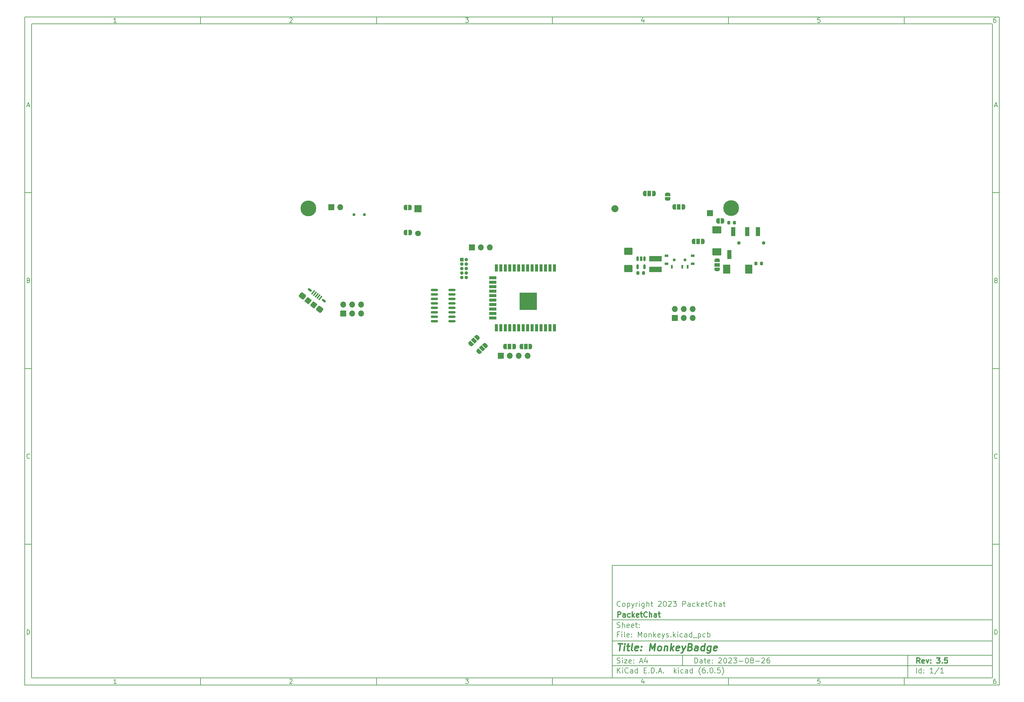
<source format=gbr>
%TF.GenerationSoftware,KiCad,Pcbnew,(6.0.5)*%
%TF.CreationDate,2023-08-29T07:12:40-07:00*%
%TF.ProjectId,Monkeys,4d6f6e6b-6579-4732-9e6b-696361645f70,3.5*%
%TF.SameCoordinates,Original*%
%TF.FileFunction,Soldermask,Bot*%
%TF.FilePolarity,Negative*%
%FSLAX46Y46*%
G04 Gerber Fmt 4.6, Leading zero omitted, Abs format (unit mm)*
G04 Created by KiCad (PCBNEW (6.0.5)) date 2023-08-29 07:12:40*
%MOMM*%
%LPD*%
G01*
G04 APERTURE LIST*
G04 Aperture macros list*
%AMRoundRect*
0 Rectangle with rounded corners*
0 $1 Rounding radius*
0 $2 $3 $4 $5 $6 $7 $8 $9 X,Y pos of 4 corners*
0 Add a 4 corners polygon primitive as box body*
4,1,4,$2,$3,$4,$5,$6,$7,$8,$9,$2,$3,0*
0 Add four circle primitives for the rounded corners*
1,1,$1+$1,$2,$3*
1,1,$1+$1,$4,$5*
1,1,$1+$1,$6,$7*
1,1,$1+$1,$8,$9*
0 Add four rect primitives between the rounded corners*
20,1,$1+$1,$2,$3,$4,$5,0*
20,1,$1+$1,$4,$5,$6,$7,0*
20,1,$1+$1,$6,$7,$8,$9,0*
20,1,$1+$1,$8,$9,$2,$3,0*%
%AMHorizOval*
0 Thick line with rounded ends*
0 $1 width*
0 $2 $3 position (X,Y) of the first rounded end (center of the circle)*
0 $4 $5 position (X,Y) of the second rounded end (center of the circle)*
0 Add line between two ends*
20,1,$1,$2,$3,$4,$5,0*
0 Add two circle primitives to create the rounded ends*
1,1,$1,$2,$3*
1,1,$1,$4,$5*%
%AMRotRect*
0 Rectangle, with rotation*
0 The origin of the aperture is its center*
0 $1 length*
0 $2 width*
0 $3 Rotation angle, in degrees counterclockwise*
0 Add horizontal line*
21,1,$1,$2,0,0,$3*%
%AMFreePoly0*
4,1,22,0.550000,-0.750000,0.000000,-0.750000,0.000000,-0.745033,-0.079941,-0.743568,-0.215256,-0.701293,-0.333266,-0.622738,-0.424486,-0.514219,-0.481581,-0.384460,-0.499164,-0.250000,-0.500000,-0.250000,-0.500000,0.250000,-0.499164,0.250000,-0.499963,0.256109,-0.478152,0.396186,-0.417904,0.524511,-0.324060,0.630769,-0.204165,0.706417,-0.067858,0.745374,0.000000,0.744960,0.000000,0.750000,
0.550000,0.750000,0.550000,-0.750000,0.550000,-0.750000,$1*%
%AMFreePoly1*
4,1,20,0.000000,0.744960,0.073905,0.744508,0.209726,0.703889,0.328688,0.626782,0.421226,0.519385,0.479903,0.390333,0.500000,0.250000,0.500000,-0.250000,0.499851,-0.262216,0.476331,-0.402017,0.414519,-0.529596,0.319384,-0.634700,0.198574,-0.708877,0.061801,-0.746166,0.000000,-0.745033,0.000000,-0.750000,-0.550000,-0.750000,-0.550000,0.750000,0.000000,0.750000,0.000000,0.744960,
0.000000,0.744960,$1*%
%AMFreePoly2*
4,1,22,0.500000,-0.750000,0.000000,-0.750000,0.000000,-0.745033,-0.079941,-0.743568,-0.215256,-0.701293,-0.333266,-0.622738,-0.424486,-0.514219,-0.481581,-0.384460,-0.499164,-0.250000,-0.500000,-0.250000,-0.500000,0.250000,-0.499164,0.250000,-0.499963,0.256109,-0.478152,0.396186,-0.417904,0.524511,-0.324060,0.630769,-0.204165,0.706417,-0.067858,0.745374,0.000000,0.744959,0.000000,0.750000,
0.500000,0.750000,0.500000,-0.750000,0.500000,-0.750000,$1*%
%AMFreePoly3*
4,1,20,0.000000,0.744959,0.073905,0.744508,0.209726,0.703889,0.328688,0.626782,0.421226,0.519385,0.479903,0.390333,0.500000,0.250000,0.500000,-0.250000,0.499851,-0.262216,0.476331,-0.402017,0.414519,-0.529596,0.319384,-0.634700,0.198574,-0.708877,0.061801,-0.746166,0.000000,-0.745033,0.000000,-0.750000,-0.500000,-0.750000,-0.500000,0.750000,0.000000,0.750000,0.000000,0.744959,
0.000000,0.744959,$1*%
G04 Aperture macros list end*
%ADD10C,0.100000*%
%ADD11C,0.150000*%
%ADD12C,0.300000*%
%ADD13C,0.400000*%
%ADD14C,4.500000*%
%ADD15C,0.850000*%
%ADD16R,1.700000X1.700000*%
%ADD17O,1.700000X1.700000*%
%ADD18R,1.000000X1.000000*%
%ADD19O,1.000000X1.000000*%
%ADD20RoundRect,0.250000X-0.925000X0.787500X-0.925000X-0.787500X0.925000X-0.787500X0.925000X0.787500X0*%
%ADD21R,0.900000X2.000000*%
%ADD22R,2.000000X0.900000*%
%ADD23R,5.000000X5.000000*%
%ADD24RoundRect,0.150000X-0.150000X0.512500X-0.150000X-0.512500X0.150000X-0.512500X0.150000X0.512500X0*%
%ADD25FreePoly0,45.000000*%
%ADD26RotRect,1.000000X1.500000X45.000000*%
%ADD27FreePoly1,45.000000*%
%ADD28FreePoly2,180.000000*%
%ADD29FreePoly3,180.000000*%
%ADD30RotRect,0.400000X1.350000X142.000000*%
%ADD31HorizOval,0.650000X-0.256103X0.200090X0.256103X-0.200090X0*%
%ADD32RoundRect,0.400000X0.147741X-0.623035X0.640270X0.007374X-0.147741X0.623035X-0.640270X-0.007374X0*%
%ADD33HorizOval,0.775000X0.238569X0.305354X-0.238569X-0.305354X0*%
%ADD34RotRect,1.500000X1.550000X142.000000*%
%ADD35FreePoly0,90.000000*%
%ADD36R,1.500000X1.000000*%
%ADD37FreePoly1,90.000000*%
%ADD38FreePoly0,225.000000*%
%ADD39RotRect,1.000000X1.500000X225.000000*%
%ADD40FreePoly1,225.000000*%
%ADD41RoundRect,0.250000X1.025000X-0.787500X1.025000X0.787500X-1.025000X0.787500X-1.025000X-0.787500X0*%
%ADD42RoundRect,0.150000X-0.825000X-0.150000X0.825000X-0.150000X0.825000X0.150000X-0.825000X0.150000X0*%
%ADD43C,1.630000*%
%ADD44R,2.000000X2.000000*%
%ADD45C,2.000000*%
%ADD46RoundRect,0.225000X0.225000X0.250000X-0.225000X0.250000X-0.225000X-0.250000X0.225000X-0.250000X0*%
%ADD47FreePoly0,0.000000*%
%ADD48R,1.000000X1.500000*%
%ADD49FreePoly1,0.000000*%
%ADD50FreePoly0,180.000000*%
%ADD51FreePoly1,180.000000*%
%ADD52R,0.600000X1.000000*%
%ADD53R,1.000000X0.700000*%
%ADD54R,3.600000X1.500000*%
%ADD55RoundRect,0.225000X-0.225000X-0.250000X0.225000X-0.250000X0.225000X0.250000X-0.225000X0.250000X0*%
%ADD56FreePoly2,90.000000*%
%ADD57FreePoly3,90.000000*%
%ADD58RoundRect,0.250000X-0.787500X-1.025000X0.787500X-1.025000X0.787500X1.025000X-0.787500X1.025000X0*%
%ADD59C,1.000000*%
%ADD60R,1.200000X2.500000*%
G04 APERTURE END LIST*
D10*
D11*
X177002200Y-166007200D02*
X177002200Y-198007200D01*
X285002200Y-198007200D01*
X285002200Y-166007200D01*
X177002200Y-166007200D01*
D10*
D11*
X10000000Y-10000000D02*
X10000000Y-200007200D01*
X287002200Y-200007200D01*
X287002200Y-10000000D01*
X10000000Y-10000000D01*
D10*
D11*
X12000000Y-12000000D02*
X12000000Y-198007200D01*
X285002200Y-198007200D01*
X285002200Y-12000000D01*
X12000000Y-12000000D01*
D10*
D11*
X60000000Y-12000000D02*
X60000000Y-10000000D01*
D10*
D11*
X110000000Y-12000000D02*
X110000000Y-10000000D01*
D10*
D11*
X160000000Y-12000000D02*
X160000000Y-10000000D01*
D10*
D11*
X210000000Y-12000000D02*
X210000000Y-10000000D01*
D10*
D11*
X260000000Y-12000000D02*
X260000000Y-10000000D01*
D10*
D11*
X36065476Y-11588095D02*
X35322619Y-11588095D01*
X35694047Y-11588095D02*
X35694047Y-10288095D01*
X35570238Y-10473809D01*
X35446428Y-10597619D01*
X35322619Y-10659523D01*
D10*
D11*
X85322619Y-10411904D02*
X85384523Y-10350000D01*
X85508333Y-10288095D01*
X85817857Y-10288095D01*
X85941666Y-10350000D01*
X86003571Y-10411904D01*
X86065476Y-10535714D01*
X86065476Y-10659523D01*
X86003571Y-10845238D01*
X85260714Y-11588095D01*
X86065476Y-11588095D01*
D10*
D11*
X135260714Y-10288095D02*
X136065476Y-10288095D01*
X135632142Y-10783333D01*
X135817857Y-10783333D01*
X135941666Y-10845238D01*
X136003571Y-10907142D01*
X136065476Y-11030952D01*
X136065476Y-11340476D01*
X136003571Y-11464285D01*
X135941666Y-11526190D01*
X135817857Y-11588095D01*
X135446428Y-11588095D01*
X135322619Y-11526190D01*
X135260714Y-11464285D01*
D10*
D11*
X185941666Y-10721428D02*
X185941666Y-11588095D01*
X185632142Y-10226190D02*
X185322619Y-11154761D01*
X186127380Y-11154761D01*
D10*
D11*
X236003571Y-10288095D02*
X235384523Y-10288095D01*
X235322619Y-10907142D01*
X235384523Y-10845238D01*
X235508333Y-10783333D01*
X235817857Y-10783333D01*
X235941666Y-10845238D01*
X236003571Y-10907142D01*
X236065476Y-11030952D01*
X236065476Y-11340476D01*
X236003571Y-11464285D01*
X235941666Y-11526190D01*
X235817857Y-11588095D01*
X235508333Y-11588095D01*
X235384523Y-11526190D01*
X235322619Y-11464285D01*
D10*
D11*
X285941666Y-10288095D02*
X285694047Y-10288095D01*
X285570238Y-10350000D01*
X285508333Y-10411904D01*
X285384523Y-10597619D01*
X285322619Y-10845238D01*
X285322619Y-11340476D01*
X285384523Y-11464285D01*
X285446428Y-11526190D01*
X285570238Y-11588095D01*
X285817857Y-11588095D01*
X285941666Y-11526190D01*
X286003571Y-11464285D01*
X286065476Y-11340476D01*
X286065476Y-11030952D01*
X286003571Y-10907142D01*
X285941666Y-10845238D01*
X285817857Y-10783333D01*
X285570238Y-10783333D01*
X285446428Y-10845238D01*
X285384523Y-10907142D01*
X285322619Y-11030952D01*
D10*
D11*
X60000000Y-198007200D02*
X60000000Y-200007200D01*
D10*
D11*
X110000000Y-198007200D02*
X110000000Y-200007200D01*
D10*
D11*
X160000000Y-198007200D02*
X160000000Y-200007200D01*
D10*
D11*
X210000000Y-198007200D02*
X210000000Y-200007200D01*
D10*
D11*
X260000000Y-198007200D02*
X260000000Y-200007200D01*
D10*
D11*
X36065476Y-199595295D02*
X35322619Y-199595295D01*
X35694047Y-199595295D02*
X35694047Y-198295295D01*
X35570238Y-198481009D01*
X35446428Y-198604819D01*
X35322619Y-198666723D01*
D10*
D11*
X85322619Y-198419104D02*
X85384523Y-198357200D01*
X85508333Y-198295295D01*
X85817857Y-198295295D01*
X85941666Y-198357200D01*
X86003571Y-198419104D01*
X86065476Y-198542914D01*
X86065476Y-198666723D01*
X86003571Y-198852438D01*
X85260714Y-199595295D01*
X86065476Y-199595295D01*
D10*
D11*
X135260714Y-198295295D02*
X136065476Y-198295295D01*
X135632142Y-198790533D01*
X135817857Y-198790533D01*
X135941666Y-198852438D01*
X136003571Y-198914342D01*
X136065476Y-199038152D01*
X136065476Y-199347676D01*
X136003571Y-199471485D01*
X135941666Y-199533390D01*
X135817857Y-199595295D01*
X135446428Y-199595295D01*
X135322619Y-199533390D01*
X135260714Y-199471485D01*
D10*
D11*
X185941666Y-198728628D02*
X185941666Y-199595295D01*
X185632142Y-198233390D02*
X185322619Y-199161961D01*
X186127380Y-199161961D01*
D10*
D11*
X236003571Y-198295295D02*
X235384523Y-198295295D01*
X235322619Y-198914342D01*
X235384523Y-198852438D01*
X235508333Y-198790533D01*
X235817857Y-198790533D01*
X235941666Y-198852438D01*
X236003571Y-198914342D01*
X236065476Y-199038152D01*
X236065476Y-199347676D01*
X236003571Y-199471485D01*
X235941666Y-199533390D01*
X235817857Y-199595295D01*
X235508333Y-199595295D01*
X235384523Y-199533390D01*
X235322619Y-199471485D01*
D10*
D11*
X285941666Y-198295295D02*
X285694047Y-198295295D01*
X285570238Y-198357200D01*
X285508333Y-198419104D01*
X285384523Y-198604819D01*
X285322619Y-198852438D01*
X285322619Y-199347676D01*
X285384523Y-199471485D01*
X285446428Y-199533390D01*
X285570238Y-199595295D01*
X285817857Y-199595295D01*
X285941666Y-199533390D01*
X286003571Y-199471485D01*
X286065476Y-199347676D01*
X286065476Y-199038152D01*
X286003571Y-198914342D01*
X285941666Y-198852438D01*
X285817857Y-198790533D01*
X285570238Y-198790533D01*
X285446428Y-198852438D01*
X285384523Y-198914342D01*
X285322619Y-199038152D01*
D10*
D11*
X10000000Y-60000000D02*
X12000000Y-60000000D01*
D10*
D11*
X10000000Y-110000000D02*
X12000000Y-110000000D01*
D10*
D11*
X10000000Y-160000000D02*
X12000000Y-160000000D01*
D10*
D11*
X10690476Y-35216666D02*
X11309523Y-35216666D01*
X10566666Y-35588095D02*
X11000000Y-34288095D01*
X11433333Y-35588095D01*
D10*
D11*
X11092857Y-84907142D02*
X11278571Y-84969047D01*
X11340476Y-85030952D01*
X11402380Y-85154761D01*
X11402380Y-85340476D01*
X11340476Y-85464285D01*
X11278571Y-85526190D01*
X11154761Y-85588095D01*
X10659523Y-85588095D01*
X10659523Y-84288095D01*
X11092857Y-84288095D01*
X11216666Y-84350000D01*
X11278571Y-84411904D01*
X11340476Y-84535714D01*
X11340476Y-84659523D01*
X11278571Y-84783333D01*
X11216666Y-84845238D01*
X11092857Y-84907142D01*
X10659523Y-84907142D01*
D10*
D11*
X11402380Y-135464285D02*
X11340476Y-135526190D01*
X11154761Y-135588095D01*
X11030952Y-135588095D01*
X10845238Y-135526190D01*
X10721428Y-135402380D01*
X10659523Y-135278571D01*
X10597619Y-135030952D01*
X10597619Y-134845238D01*
X10659523Y-134597619D01*
X10721428Y-134473809D01*
X10845238Y-134350000D01*
X11030952Y-134288095D01*
X11154761Y-134288095D01*
X11340476Y-134350000D01*
X11402380Y-134411904D01*
D10*
D11*
X10659523Y-185588095D02*
X10659523Y-184288095D01*
X10969047Y-184288095D01*
X11154761Y-184350000D01*
X11278571Y-184473809D01*
X11340476Y-184597619D01*
X11402380Y-184845238D01*
X11402380Y-185030952D01*
X11340476Y-185278571D01*
X11278571Y-185402380D01*
X11154761Y-185526190D01*
X10969047Y-185588095D01*
X10659523Y-185588095D01*
D10*
D11*
X287002200Y-60000000D02*
X285002200Y-60000000D01*
D10*
D11*
X287002200Y-110000000D02*
X285002200Y-110000000D01*
D10*
D11*
X287002200Y-160000000D02*
X285002200Y-160000000D01*
D10*
D11*
X285692676Y-35216666D02*
X286311723Y-35216666D01*
X285568866Y-35588095D02*
X286002200Y-34288095D01*
X286435533Y-35588095D01*
D10*
D11*
X286095057Y-84907142D02*
X286280771Y-84969047D01*
X286342676Y-85030952D01*
X286404580Y-85154761D01*
X286404580Y-85340476D01*
X286342676Y-85464285D01*
X286280771Y-85526190D01*
X286156961Y-85588095D01*
X285661723Y-85588095D01*
X285661723Y-84288095D01*
X286095057Y-84288095D01*
X286218866Y-84350000D01*
X286280771Y-84411904D01*
X286342676Y-84535714D01*
X286342676Y-84659523D01*
X286280771Y-84783333D01*
X286218866Y-84845238D01*
X286095057Y-84907142D01*
X285661723Y-84907142D01*
D10*
D11*
X286404580Y-135464285D02*
X286342676Y-135526190D01*
X286156961Y-135588095D01*
X286033152Y-135588095D01*
X285847438Y-135526190D01*
X285723628Y-135402380D01*
X285661723Y-135278571D01*
X285599819Y-135030952D01*
X285599819Y-134845238D01*
X285661723Y-134597619D01*
X285723628Y-134473809D01*
X285847438Y-134350000D01*
X286033152Y-134288095D01*
X286156961Y-134288095D01*
X286342676Y-134350000D01*
X286404580Y-134411904D01*
D10*
D11*
X285661723Y-185588095D02*
X285661723Y-184288095D01*
X285971247Y-184288095D01*
X286156961Y-184350000D01*
X286280771Y-184473809D01*
X286342676Y-184597619D01*
X286404580Y-184845238D01*
X286404580Y-185030952D01*
X286342676Y-185278571D01*
X286280771Y-185402380D01*
X286156961Y-185526190D01*
X285971247Y-185588095D01*
X285661723Y-185588095D01*
D10*
D11*
X200434342Y-193785771D02*
X200434342Y-192285771D01*
X200791485Y-192285771D01*
X201005771Y-192357200D01*
X201148628Y-192500057D01*
X201220057Y-192642914D01*
X201291485Y-192928628D01*
X201291485Y-193142914D01*
X201220057Y-193428628D01*
X201148628Y-193571485D01*
X201005771Y-193714342D01*
X200791485Y-193785771D01*
X200434342Y-193785771D01*
X202577200Y-193785771D02*
X202577200Y-193000057D01*
X202505771Y-192857200D01*
X202362914Y-192785771D01*
X202077200Y-192785771D01*
X201934342Y-192857200D01*
X202577200Y-193714342D02*
X202434342Y-193785771D01*
X202077200Y-193785771D01*
X201934342Y-193714342D01*
X201862914Y-193571485D01*
X201862914Y-193428628D01*
X201934342Y-193285771D01*
X202077200Y-193214342D01*
X202434342Y-193214342D01*
X202577200Y-193142914D01*
X203077200Y-192785771D02*
X203648628Y-192785771D01*
X203291485Y-192285771D02*
X203291485Y-193571485D01*
X203362914Y-193714342D01*
X203505771Y-193785771D01*
X203648628Y-193785771D01*
X204720057Y-193714342D02*
X204577200Y-193785771D01*
X204291485Y-193785771D01*
X204148628Y-193714342D01*
X204077200Y-193571485D01*
X204077200Y-193000057D01*
X204148628Y-192857200D01*
X204291485Y-192785771D01*
X204577200Y-192785771D01*
X204720057Y-192857200D01*
X204791485Y-193000057D01*
X204791485Y-193142914D01*
X204077200Y-193285771D01*
X205434342Y-193642914D02*
X205505771Y-193714342D01*
X205434342Y-193785771D01*
X205362914Y-193714342D01*
X205434342Y-193642914D01*
X205434342Y-193785771D01*
X205434342Y-192857200D02*
X205505771Y-192928628D01*
X205434342Y-193000057D01*
X205362914Y-192928628D01*
X205434342Y-192857200D01*
X205434342Y-193000057D01*
X207220057Y-192428628D02*
X207291485Y-192357200D01*
X207434342Y-192285771D01*
X207791485Y-192285771D01*
X207934342Y-192357200D01*
X208005771Y-192428628D01*
X208077200Y-192571485D01*
X208077200Y-192714342D01*
X208005771Y-192928628D01*
X207148628Y-193785771D01*
X208077200Y-193785771D01*
X209005771Y-192285771D02*
X209148628Y-192285771D01*
X209291485Y-192357200D01*
X209362914Y-192428628D01*
X209434342Y-192571485D01*
X209505771Y-192857200D01*
X209505771Y-193214342D01*
X209434342Y-193500057D01*
X209362914Y-193642914D01*
X209291485Y-193714342D01*
X209148628Y-193785771D01*
X209005771Y-193785771D01*
X208862914Y-193714342D01*
X208791485Y-193642914D01*
X208720057Y-193500057D01*
X208648628Y-193214342D01*
X208648628Y-192857200D01*
X208720057Y-192571485D01*
X208791485Y-192428628D01*
X208862914Y-192357200D01*
X209005771Y-192285771D01*
X210077200Y-192428628D02*
X210148628Y-192357200D01*
X210291485Y-192285771D01*
X210648628Y-192285771D01*
X210791485Y-192357200D01*
X210862914Y-192428628D01*
X210934342Y-192571485D01*
X210934342Y-192714342D01*
X210862914Y-192928628D01*
X210005771Y-193785771D01*
X210934342Y-193785771D01*
X211434342Y-192285771D02*
X212362914Y-192285771D01*
X211862914Y-192857200D01*
X212077200Y-192857200D01*
X212220057Y-192928628D01*
X212291485Y-193000057D01*
X212362914Y-193142914D01*
X212362914Y-193500057D01*
X212291485Y-193642914D01*
X212220057Y-193714342D01*
X212077200Y-193785771D01*
X211648628Y-193785771D01*
X211505771Y-193714342D01*
X211434342Y-193642914D01*
X213005771Y-193214342D02*
X214148628Y-193214342D01*
X215148628Y-192285771D02*
X215291485Y-192285771D01*
X215434342Y-192357200D01*
X215505771Y-192428628D01*
X215577200Y-192571485D01*
X215648628Y-192857200D01*
X215648628Y-193214342D01*
X215577200Y-193500057D01*
X215505771Y-193642914D01*
X215434342Y-193714342D01*
X215291485Y-193785771D01*
X215148628Y-193785771D01*
X215005771Y-193714342D01*
X214934342Y-193642914D01*
X214862914Y-193500057D01*
X214791485Y-193214342D01*
X214791485Y-192857200D01*
X214862914Y-192571485D01*
X214934342Y-192428628D01*
X215005771Y-192357200D01*
X215148628Y-192285771D01*
X216505771Y-192928628D02*
X216362914Y-192857200D01*
X216291485Y-192785771D01*
X216220057Y-192642914D01*
X216220057Y-192571485D01*
X216291485Y-192428628D01*
X216362914Y-192357200D01*
X216505771Y-192285771D01*
X216791485Y-192285771D01*
X216934342Y-192357200D01*
X217005771Y-192428628D01*
X217077200Y-192571485D01*
X217077200Y-192642914D01*
X217005771Y-192785771D01*
X216934342Y-192857200D01*
X216791485Y-192928628D01*
X216505771Y-192928628D01*
X216362914Y-193000057D01*
X216291485Y-193071485D01*
X216220057Y-193214342D01*
X216220057Y-193500057D01*
X216291485Y-193642914D01*
X216362914Y-193714342D01*
X216505771Y-193785771D01*
X216791485Y-193785771D01*
X216934342Y-193714342D01*
X217005771Y-193642914D01*
X217077200Y-193500057D01*
X217077200Y-193214342D01*
X217005771Y-193071485D01*
X216934342Y-193000057D01*
X216791485Y-192928628D01*
X217720057Y-193214342D02*
X218862914Y-193214342D01*
X219505771Y-192428628D02*
X219577200Y-192357200D01*
X219720057Y-192285771D01*
X220077200Y-192285771D01*
X220220057Y-192357200D01*
X220291485Y-192428628D01*
X220362914Y-192571485D01*
X220362914Y-192714342D01*
X220291485Y-192928628D01*
X219434342Y-193785771D01*
X220362914Y-193785771D01*
X221648628Y-192285771D02*
X221362914Y-192285771D01*
X221220057Y-192357200D01*
X221148628Y-192428628D01*
X221005771Y-192642914D01*
X220934342Y-192928628D01*
X220934342Y-193500057D01*
X221005771Y-193642914D01*
X221077200Y-193714342D01*
X221220057Y-193785771D01*
X221505771Y-193785771D01*
X221648628Y-193714342D01*
X221720057Y-193642914D01*
X221791485Y-193500057D01*
X221791485Y-193142914D01*
X221720057Y-193000057D01*
X221648628Y-192928628D01*
X221505771Y-192857200D01*
X221220057Y-192857200D01*
X221077200Y-192928628D01*
X221005771Y-193000057D01*
X220934342Y-193142914D01*
D10*
D11*
X177002200Y-194507200D02*
X285002200Y-194507200D01*
D10*
D11*
X178434342Y-196585771D02*
X178434342Y-195085771D01*
X179291485Y-196585771D02*
X178648628Y-195728628D01*
X179291485Y-195085771D02*
X178434342Y-195942914D01*
X179934342Y-196585771D02*
X179934342Y-195585771D01*
X179934342Y-195085771D02*
X179862914Y-195157200D01*
X179934342Y-195228628D01*
X180005771Y-195157200D01*
X179934342Y-195085771D01*
X179934342Y-195228628D01*
X181505771Y-196442914D02*
X181434342Y-196514342D01*
X181220057Y-196585771D01*
X181077200Y-196585771D01*
X180862914Y-196514342D01*
X180720057Y-196371485D01*
X180648628Y-196228628D01*
X180577200Y-195942914D01*
X180577200Y-195728628D01*
X180648628Y-195442914D01*
X180720057Y-195300057D01*
X180862914Y-195157200D01*
X181077200Y-195085771D01*
X181220057Y-195085771D01*
X181434342Y-195157200D01*
X181505771Y-195228628D01*
X182791485Y-196585771D02*
X182791485Y-195800057D01*
X182720057Y-195657200D01*
X182577200Y-195585771D01*
X182291485Y-195585771D01*
X182148628Y-195657200D01*
X182791485Y-196514342D02*
X182648628Y-196585771D01*
X182291485Y-196585771D01*
X182148628Y-196514342D01*
X182077200Y-196371485D01*
X182077200Y-196228628D01*
X182148628Y-196085771D01*
X182291485Y-196014342D01*
X182648628Y-196014342D01*
X182791485Y-195942914D01*
X184148628Y-196585771D02*
X184148628Y-195085771D01*
X184148628Y-196514342D02*
X184005771Y-196585771D01*
X183720057Y-196585771D01*
X183577200Y-196514342D01*
X183505771Y-196442914D01*
X183434342Y-196300057D01*
X183434342Y-195871485D01*
X183505771Y-195728628D01*
X183577200Y-195657200D01*
X183720057Y-195585771D01*
X184005771Y-195585771D01*
X184148628Y-195657200D01*
X186005771Y-195800057D02*
X186505771Y-195800057D01*
X186720057Y-196585771D02*
X186005771Y-196585771D01*
X186005771Y-195085771D01*
X186720057Y-195085771D01*
X187362914Y-196442914D02*
X187434342Y-196514342D01*
X187362914Y-196585771D01*
X187291485Y-196514342D01*
X187362914Y-196442914D01*
X187362914Y-196585771D01*
X188077200Y-196585771D02*
X188077200Y-195085771D01*
X188434342Y-195085771D01*
X188648628Y-195157200D01*
X188791485Y-195300057D01*
X188862914Y-195442914D01*
X188934342Y-195728628D01*
X188934342Y-195942914D01*
X188862914Y-196228628D01*
X188791485Y-196371485D01*
X188648628Y-196514342D01*
X188434342Y-196585771D01*
X188077200Y-196585771D01*
X189577200Y-196442914D02*
X189648628Y-196514342D01*
X189577200Y-196585771D01*
X189505771Y-196514342D01*
X189577200Y-196442914D01*
X189577200Y-196585771D01*
X190220057Y-196157200D02*
X190934342Y-196157200D01*
X190077200Y-196585771D02*
X190577200Y-195085771D01*
X191077200Y-196585771D01*
X191577200Y-196442914D02*
X191648628Y-196514342D01*
X191577200Y-196585771D01*
X191505771Y-196514342D01*
X191577200Y-196442914D01*
X191577200Y-196585771D01*
X194577200Y-196585771D02*
X194577200Y-195085771D01*
X194720057Y-196014342D02*
X195148628Y-196585771D01*
X195148628Y-195585771D02*
X194577200Y-196157200D01*
X195791485Y-196585771D02*
X195791485Y-195585771D01*
X195791485Y-195085771D02*
X195720057Y-195157200D01*
X195791485Y-195228628D01*
X195862914Y-195157200D01*
X195791485Y-195085771D01*
X195791485Y-195228628D01*
X197148628Y-196514342D02*
X197005771Y-196585771D01*
X196720057Y-196585771D01*
X196577200Y-196514342D01*
X196505771Y-196442914D01*
X196434342Y-196300057D01*
X196434342Y-195871485D01*
X196505771Y-195728628D01*
X196577200Y-195657200D01*
X196720057Y-195585771D01*
X197005771Y-195585771D01*
X197148628Y-195657200D01*
X198434342Y-196585771D02*
X198434342Y-195800057D01*
X198362914Y-195657200D01*
X198220057Y-195585771D01*
X197934342Y-195585771D01*
X197791485Y-195657200D01*
X198434342Y-196514342D02*
X198291485Y-196585771D01*
X197934342Y-196585771D01*
X197791485Y-196514342D01*
X197720057Y-196371485D01*
X197720057Y-196228628D01*
X197791485Y-196085771D01*
X197934342Y-196014342D01*
X198291485Y-196014342D01*
X198434342Y-195942914D01*
X199791485Y-196585771D02*
X199791485Y-195085771D01*
X199791485Y-196514342D02*
X199648628Y-196585771D01*
X199362914Y-196585771D01*
X199220057Y-196514342D01*
X199148628Y-196442914D01*
X199077200Y-196300057D01*
X199077200Y-195871485D01*
X199148628Y-195728628D01*
X199220057Y-195657200D01*
X199362914Y-195585771D01*
X199648628Y-195585771D01*
X199791485Y-195657200D01*
X202077200Y-197157200D02*
X202005771Y-197085771D01*
X201862914Y-196871485D01*
X201791485Y-196728628D01*
X201720057Y-196514342D01*
X201648628Y-196157200D01*
X201648628Y-195871485D01*
X201720057Y-195514342D01*
X201791485Y-195300057D01*
X201862914Y-195157200D01*
X202005771Y-194942914D01*
X202077200Y-194871485D01*
X203291485Y-195085771D02*
X203005771Y-195085771D01*
X202862914Y-195157200D01*
X202791485Y-195228628D01*
X202648628Y-195442914D01*
X202577200Y-195728628D01*
X202577200Y-196300057D01*
X202648628Y-196442914D01*
X202720057Y-196514342D01*
X202862914Y-196585771D01*
X203148628Y-196585771D01*
X203291485Y-196514342D01*
X203362914Y-196442914D01*
X203434342Y-196300057D01*
X203434342Y-195942914D01*
X203362914Y-195800057D01*
X203291485Y-195728628D01*
X203148628Y-195657200D01*
X202862914Y-195657200D01*
X202720057Y-195728628D01*
X202648628Y-195800057D01*
X202577200Y-195942914D01*
X204077200Y-196442914D02*
X204148628Y-196514342D01*
X204077200Y-196585771D01*
X204005771Y-196514342D01*
X204077200Y-196442914D01*
X204077200Y-196585771D01*
X205077200Y-195085771D02*
X205220057Y-195085771D01*
X205362914Y-195157200D01*
X205434342Y-195228628D01*
X205505771Y-195371485D01*
X205577200Y-195657200D01*
X205577200Y-196014342D01*
X205505771Y-196300057D01*
X205434342Y-196442914D01*
X205362914Y-196514342D01*
X205220057Y-196585771D01*
X205077200Y-196585771D01*
X204934342Y-196514342D01*
X204862914Y-196442914D01*
X204791485Y-196300057D01*
X204720057Y-196014342D01*
X204720057Y-195657200D01*
X204791485Y-195371485D01*
X204862914Y-195228628D01*
X204934342Y-195157200D01*
X205077200Y-195085771D01*
X206220057Y-196442914D02*
X206291485Y-196514342D01*
X206220057Y-196585771D01*
X206148628Y-196514342D01*
X206220057Y-196442914D01*
X206220057Y-196585771D01*
X207648628Y-195085771D02*
X206934342Y-195085771D01*
X206862914Y-195800057D01*
X206934342Y-195728628D01*
X207077200Y-195657200D01*
X207434342Y-195657200D01*
X207577200Y-195728628D01*
X207648628Y-195800057D01*
X207720057Y-195942914D01*
X207720057Y-196300057D01*
X207648628Y-196442914D01*
X207577200Y-196514342D01*
X207434342Y-196585771D01*
X207077200Y-196585771D01*
X206934342Y-196514342D01*
X206862914Y-196442914D01*
X208220057Y-197157200D02*
X208291485Y-197085771D01*
X208434342Y-196871485D01*
X208505771Y-196728628D01*
X208577200Y-196514342D01*
X208648628Y-196157200D01*
X208648628Y-195871485D01*
X208577200Y-195514342D01*
X208505771Y-195300057D01*
X208434342Y-195157200D01*
X208291485Y-194942914D01*
X208220057Y-194871485D01*
D10*
D11*
X177002200Y-191507200D02*
X285002200Y-191507200D01*
D10*
D12*
X264411485Y-193785771D02*
X263911485Y-193071485D01*
X263554342Y-193785771D02*
X263554342Y-192285771D01*
X264125771Y-192285771D01*
X264268628Y-192357200D01*
X264340057Y-192428628D01*
X264411485Y-192571485D01*
X264411485Y-192785771D01*
X264340057Y-192928628D01*
X264268628Y-193000057D01*
X264125771Y-193071485D01*
X263554342Y-193071485D01*
X265625771Y-193714342D02*
X265482914Y-193785771D01*
X265197200Y-193785771D01*
X265054342Y-193714342D01*
X264982914Y-193571485D01*
X264982914Y-193000057D01*
X265054342Y-192857200D01*
X265197200Y-192785771D01*
X265482914Y-192785771D01*
X265625771Y-192857200D01*
X265697200Y-193000057D01*
X265697200Y-193142914D01*
X264982914Y-193285771D01*
X266197200Y-192785771D02*
X266554342Y-193785771D01*
X266911485Y-192785771D01*
X267482914Y-193642914D02*
X267554342Y-193714342D01*
X267482914Y-193785771D01*
X267411485Y-193714342D01*
X267482914Y-193642914D01*
X267482914Y-193785771D01*
X267482914Y-192857200D02*
X267554342Y-192928628D01*
X267482914Y-193000057D01*
X267411485Y-192928628D01*
X267482914Y-192857200D01*
X267482914Y-193000057D01*
X269197200Y-192285771D02*
X270125771Y-192285771D01*
X269625771Y-192857200D01*
X269840057Y-192857200D01*
X269982914Y-192928628D01*
X270054342Y-193000057D01*
X270125771Y-193142914D01*
X270125771Y-193500057D01*
X270054342Y-193642914D01*
X269982914Y-193714342D01*
X269840057Y-193785771D01*
X269411485Y-193785771D01*
X269268628Y-193714342D01*
X269197200Y-193642914D01*
X270768628Y-193642914D02*
X270840057Y-193714342D01*
X270768628Y-193785771D01*
X270697200Y-193714342D01*
X270768628Y-193642914D01*
X270768628Y-193785771D01*
X272197200Y-192285771D02*
X271482914Y-192285771D01*
X271411485Y-193000057D01*
X271482914Y-192928628D01*
X271625771Y-192857200D01*
X271982914Y-192857200D01*
X272125771Y-192928628D01*
X272197200Y-193000057D01*
X272268628Y-193142914D01*
X272268628Y-193500057D01*
X272197200Y-193642914D01*
X272125771Y-193714342D01*
X271982914Y-193785771D01*
X271625771Y-193785771D01*
X271482914Y-193714342D01*
X271411485Y-193642914D01*
D10*
D11*
X178362914Y-193714342D02*
X178577200Y-193785771D01*
X178934342Y-193785771D01*
X179077200Y-193714342D01*
X179148628Y-193642914D01*
X179220057Y-193500057D01*
X179220057Y-193357200D01*
X179148628Y-193214342D01*
X179077200Y-193142914D01*
X178934342Y-193071485D01*
X178648628Y-193000057D01*
X178505771Y-192928628D01*
X178434342Y-192857200D01*
X178362914Y-192714342D01*
X178362914Y-192571485D01*
X178434342Y-192428628D01*
X178505771Y-192357200D01*
X178648628Y-192285771D01*
X179005771Y-192285771D01*
X179220057Y-192357200D01*
X179862914Y-193785771D02*
X179862914Y-192785771D01*
X179862914Y-192285771D02*
X179791485Y-192357200D01*
X179862914Y-192428628D01*
X179934342Y-192357200D01*
X179862914Y-192285771D01*
X179862914Y-192428628D01*
X180434342Y-192785771D02*
X181220057Y-192785771D01*
X180434342Y-193785771D01*
X181220057Y-193785771D01*
X182362914Y-193714342D02*
X182220057Y-193785771D01*
X181934342Y-193785771D01*
X181791485Y-193714342D01*
X181720057Y-193571485D01*
X181720057Y-193000057D01*
X181791485Y-192857200D01*
X181934342Y-192785771D01*
X182220057Y-192785771D01*
X182362914Y-192857200D01*
X182434342Y-193000057D01*
X182434342Y-193142914D01*
X181720057Y-193285771D01*
X183077200Y-193642914D02*
X183148628Y-193714342D01*
X183077200Y-193785771D01*
X183005771Y-193714342D01*
X183077200Y-193642914D01*
X183077200Y-193785771D01*
X183077200Y-192857200D02*
X183148628Y-192928628D01*
X183077200Y-193000057D01*
X183005771Y-192928628D01*
X183077200Y-192857200D01*
X183077200Y-193000057D01*
X184862914Y-193357200D02*
X185577200Y-193357200D01*
X184720057Y-193785771D02*
X185220057Y-192285771D01*
X185720057Y-193785771D01*
X186862914Y-192785771D02*
X186862914Y-193785771D01*
X186505771Y-192214342D02*
X186148628Y-193285771D01*
X187077200Y-193285771D01*
D10*
D11*
X263434342Y-196585771D02*
X263434342Y-195085771D01*
X264791485Y-196585771D02*
X264791485Y-195085771D01*
X264791485Y-196514342D02*
X264648628Y-196585771D01*
X264362914Y-196585771D01*
X264220057Y-196514342D01*
X264148628Y-196442914D01*
X264077200Y-196300057D01*
X264077200Y-195871485D01*
X264148628Y-195728628D01*
X264220057Y-195657200D01*
X264362914Y-195585771D01*
X264648628Y-195585771D01*
X264791485Y-195657200D01*
X265505771Y-196442914D02*
X265577200Y-196514342D01*
X265505771Y-196585771D01*
X265434342Y-196514342D01*
X265505771Y-196442914D01*
X265505771Y-196585771D01*
X265505771Y-195657200D02*
X265577200Y-195728628D01*
X265505771Y-195800057D01*
X265434342Y-195728628D01*
X265505771Y-195657200D01*
X265505771Y-195800057D01*
X268148628Y-196585771D02*
X267291485Y-196585771D01*
X267720057Y-196585771D02*
X267720057Y-195085771D01*
X267577200Y-195300057D01*
X267434342Y-195442914D01*
X267291485Y-195514342D01*
X269862914Y-195014342D02*
X268577200Y-196942914D01*
X271148628Y-196585771D02*
X270291485Y-196585771D01*
X270720057Y-196585771D02*
X270720057Y-195085771D01*
X270577200Y-195300057D01*
X270434342Y-195442914D01*
X270291485Y-195514342D01*
D10*
D11*
X177002200Y-187507200D02*
X285002200Y-187507200D01*
D10*
D13*
X178714580Y-188211961D02*
X179857438Y-188211961D01*
X179036009Y-190211961D02*
X179286009Y-188211961D01*
X180274104Y-190211961D02*
X180440771Y-188878628D01*
X180524104Y-188211961D02*
X180416961Y-188307200D01*
X180500295Y-188402438D01*
X180607438Y-188307200D01*
X180524104Y-188211961D01*
X180500295Y-188402438D01*
X181107438Y-188878628D02*
X181869342Y-188878628D01*
X181476485Y-188211961D02*
X181262200Y-189926247D01*
X181333628Y-190116723D01*
X181512200Y-190211961D01*
X181702676Y-190211961D01*
X182655057Y-190211961D02*
X182476485Y-190116723D01*
X182405057Y-189926247D01*
X182619342Y-188211961D01*
X184190771Y-190116723D02*
X183988390Y-190211961D01*
X183607438Y-190211961D01*
X183428866Y-190116723D01*
X183357438Y-189926247D01*
X183452676Y-189164342D01*
X183571723Y-188973866D01*
X183774104Y-188878628D01*
X184155057Y-188878628D01*
X184333628Y-188973866D01*
X184405057Y-189164342D01*
X184381247Y-189354819D01*
X183405057Y-189545295D01*
X185155057Y-190021485D02*
X185238390Y-190116723D01*
X185131247Y-190211961D01*
X185047914Y-190116723D01*
X185155057Y-190021485D01*
X185131247Y-190211961D01*
X185286009Y-188973866D02*
X185369342Y-189069104D01*
X185262200Y-189164342D01*
X185178866Y-189069104D01*
X185286009Y-188973866D01*
X185262200Y-189164342D01*
X187607438Y-190211961D02*
X187857438Y-188211961D01*
X188345533Y-189640533D01*
X189190771Y-188211961D01*
X188940771Y-190211961D01*
X190178866Y-190211961D02*
X190000295Y-190116723D01*
X189916961Y-190021485D01*
X189845533Y-189831009D01*
X189916961Y-189259580D01*
X190036009Y-189069104D01*
X190143152Y-188973866D01*
X190345533Y-188878628D01*
X190631247Y-188878628D01*
X190809819Y-188973866D01*
X190893152Y-189069104D01*
X190964580Y-189259580D01*
X190893152Y-189831009D01*
X190774104Y-190021485D01*
X190666961Y-190116723D01*
X190464580Y-190211961D01*
X190178866Y-190211961D01*
X191869342Y-188878628D02*
X191702676Y-190211961D01*
X191845533Y-189069104D02*
X191952676Y-188973866D01*
X192155057Y-188878628D01*
X192440771Y-188878628D01*
X192619342Y-188973866D01*
X192690771Y-189164342D01*
X192559819Y-190211961D01*
X193512200Y-190211961D02*
X193762200Y-188211961D01*
X193797914Y-189450057D02*
X194274104Y-190211961D01*
X194440771Y-188878628D02*
X193583628Y-189640533D01*
X195905057Y-190116723D02*
X195702676Y-190211961D01*
X195321723Y-190211961D01*
X195143152Y-190116723D01*
X195071723Y-189926247D01*
X195166961Y-189164342D01*
X195286009Y-188973866D01*
X195488390Y-188878628D01*
X195869342Y-188878628D01*
X196047914Y-188973866D01*
X196119342Y-189164342D01*
X196095533Y-189354819D01*
X195119342Y-189545295D01*
X196821723Y-188878628D02*
X197131247Y-190211961D01*
X197774104Y-188878628D02*
X197131247Y-190211961D01*
X196881247Y-190688152D01*
X196774104Y-190783390D01*
X196571723Y-190878628D01*
X199166961Y-189164342D02*
X199440771Y-189259580D01*
X199524104Y-189354819D01*
X199595533Y-189545295D01*
X199559819Y-189831009D01*
X199440771Y-190021485D01*
X199333628Y-190116723D01*
X199131247Y-190211961D01*
X198369342Y-190211961D01*
X198619342Y-188211961D01*
X199286009Y-188211961D01*
X199464580Y-188307200D01*
X199547914Y-188402438D01*
X199619342Y-188592914D01*
X199595533Y-188783390D01*
X199476485Y-188973866D01*
X199369342Y-189069104D01*
X199166961Y-189164342D01*
X198500295Y-189164342D01*
X201226485Y-190211961D02*
X201357438Y-189164342D01*
X201286009Y-188973866D01*
X201107438Y-188878628D01*
X200726485Y-188878628D01*
X200524104Y-188973866D01*
X201238390Y-190116723D02*
X201036009Y-190211961D01*
X200559819Y-190211961D01*
X200381247Y-190116723D01*
X200309819Y-189926247D01*
X200333628Y-189735771D01*
X200452676Y-189545295D01*
X200655057Y-189450057D01*
X201131247Y-189450057D01*
X201333628Y-189354819D01*
X203036009Y-190211961D02*
X203286009Y-188211961D01*
X203047914Y-190116723D02*
X202845533Y-190211961D01*
X202464580Y-190211961D01*
X202286009Y-190116723D01*
X202202676Y-190021485D01*
X202131247Y-189831009D01*
X202202676Y-189259580D01*
X202321723Y-189069104D01*
X202428866Y-188973866D01*
X202631247Y-188878628D01*
X203012200Y-188878628D01*
X203190771Y-188973866D01*
X205012200Y-188878628D02*
X204809819Y-190497676D01*
X204690771Y-190688152D01*
X204583628Y-190783390D01*
X204381247Y-190878628D01*
X204095533Y-190878628D01*
X203916961Y-190783390D01*
X204857438Y-190116723D02*
X204655057Y-190211961D01*
X204274104Y-190211961D01*
X204095533Y-190116723D01*
X204012200Y-190021485D01*
X203940771Y-189831009D01*
X204012200Y-189259580D01*
X204131247Y-189069104D01*
X204238390Y-188973866D01*
X204440771Y-188878628D01*
X204821723Y-188878628D01*
X205000295Y-188973866D01*
X206571723Y-190116723D02*
X206369342Y-190211961D01*
X205988390Y-190211961D01*
X205809819Y-190116723D01*
X205738390Y-189926247D01*
X205833628Y-189164342D01*
X205952676Y-188973866D01*
X206155057Y-188878628D01*
X206536009Y-188878628D01*
X206714580Y-188973866D01*
X206786009Y-189164342D01*
X206762200Y-189354819D01*
X205786009Y-189545295D01*
D10*
D11*
X178934342Y-185600057D02*
X178434342Y-185600057D01*
X178434342Y-186385771D02*
X178434342Y-184885771D01*
X179148628Y-184885771D01*
X179720057Y-186385771D02*
X179720057Y-185385771D01*
X179720057Y-184885771D02*
X179648628Y-184957200D01*
X179720057Y-185028628D01*
X179791485Y-184957200D01*
X179720057Y-184885771D01*
X179720057Y-185028628D01*
X180648628Y-186385771D02*
X180505771Y-186314342D01*
X180434342Y-186171485D01*
X180434342Y-184885771D01*
X181791485Y-186314342D02*
X181648628Y-186385771D01*
X181362914Y-186385771D01*
X181220057Y-186314342D01*
X181148628Y-186171485D01*
X181148628Y-185600057D01*
X181220057Y-185457200D01*
X181362914Y-185385771D01*
X181648628Y-185385771D01*
X181791485Y-185457200D01*
X181862914Y-185600057D01*
X181862914Y-185742914D01*
X181148628Y-185885771D01*
X182505771Y-186242914D02*
X182577200Y-186314342D01*
X182505771Y-186385771D01*
X182434342Y-186314342D01*
X182505771Y-186242914D01*
X182505771Y-186385771D01*
X182505771Y-185457200D02*
X182577200Y-185528628D01*
X182505771Y-185600057D01*
X182434342Y-185528628D01*
X182505771Y-185457200D01*
X182505771Y-185600057D01*
X184362914Y-186385771D02*
X184362914Y-184885771D01*
X184862914Y-185957200D01*
X185362914Y-184885771D01*
X185362914Y-186385771D01*
X186291485Y-186385771D02*
X186148628Y-186314342D01*
X186077200Y-186242914D01*
X186005771Y-186100057D01*
X186005771Y-185671485D01*
X186077200Y-185528628D01*
X186148628Y-185457200D01*
X186291485Y-185385771D01*
X186505771Y-185385771D01*
X186648628Y-185457200D01*
X186720057Y-185528628D01*
X186791485Y-185671485D01*
X186791485Y-186100057D01*
X186720057Y-186242914D01*
X186648628Y-186314342D01*
X186505771Y-186385771D01*
X186291485Y-186385771D01*
X187434342Y-185385771D02*
X187434342Y-186385771D01*
X187434342Y-185528628D02*
X187505771Y-185457200D01*
X187648628Y-185385771D01*
X187862914Y-185385771D01*
X188005771Y-185457200D01*
X188077200Y-185600057D01*
X188077200Y-186385771D01*
X188791485Y-186385771D02*
X188791485Y-184885771D01*
X188934342Y-185814342D02*
X189362914Y-186385771D01*
X189362914Y-185385771D02*
X188791485Y-185957200D01*
X190577200Y-186314342D02*
X190434342Y-186385771D01*
X190148628Y-186385771D01*
X190005771Y-186314342D01*
X189934342Y-186171485D01*
X189934342Y-185600057D01*
X190005771Y-185457200D01*
X190148628Y-185385771D01*
X190434342Y-185385771D01*
X190577200Y-185457200D01*
X190648628Y-185600057D01*
X190648628Y-185742914D01*
X189934342Y-185885771D01*
X191148628Y-185385771D02*
X191505771Y-186385771D01*
X191862914Y-185385771D02*
X191505771Y-186385771D01*
X191362914Y-186742914D01*
X191291485Y-186814342D01*
X191148628Y-186885771D01*
X192362914Y-186314342D02*
X192505771Y-186385771D01*
X192791485Y-186385771D01*
X192934342Y-186314342D01*
X193005771Y-186171485D01*
X193005771Y-186100057D01*
X192934342Y-185957200D01*
X192791485Y-185885771D01*
X192577200Y-185885771D01*
X192434342Y-185814342D01*
X192362914Y-185671485D01*
X192362914Y-185600057D01*
X192434342Y-185457200D01*
X192577200Y-185385771D01*
X192791485Y-185385771D01*
X192934342Y-185457200D01*
X193648628Y-186242914D02*
X193720057Y-186314342D01*
X193648628Y-186385771D01*
X193577200Y-186314342D01*
X193648628Y-186242914D01*
X193648628Y-186385771D01*
X194362914Y-186385771D02*
X194362914Y-184885771D01*
X194505771Y-185814342D02*
X194934342Y-186385771D01*
X194934342Y-185385771D02*
X194362914Y-185957200D01*
X195577200Y-186385771D02*
X195577200Y-185385771D01*
X195577200Y-184885771D02*
X195505771Y-184957200D01*
X195577200Y-185028628D01*
X195648628Y-184957200D01*
X195577200Y-184885771D01*
X195577200Y-185028628D01*
X196934342Y-186314342D02*
X196791485Y-186385771D01*
X196505771Y-186385771D01*
X196362914Y-186314342D01*
X196291485Y-186242914D01*
X196220057Y-186100057D01*
X196220057Y-185671485D01*
X196291485Y-185528628D01*
X196362914Y-185457200D01*
X196505771Y-185385771D01*
X196791485Y-185385771D01*
X196934342Y-185457200D01*
X198220057Y-186385771D02*
X198220057Y-185600057D01*
X198148628Y-185457200D01*
X198005771Y-185385771D01*
X197720057Y-185385771D01*
X197577200Y-185457200D01*
X198220057Y-186314342D02*
X198077200Y-186385771D01*
X197720057Y-186385771D01*
X197577200Y-186314342D01*
X197505771Y-186171485D01*
X197505771Y-186028628D01*
X197577200Y-185885771D01*
X197720057Y-185814342D01*
X198077200Y-185814342D01*
X198220057Y-185742914D01*
X199577200Y-186385771D02*
X199577200Y-184885771D01*
X199577200Y-186314342D02*
X199434342Y-186385771D01*
X199148628Y-186385771D01*
X199005771Y-186314342D01*
X198934342Y-186242914D01*
X198862914Y-186100057D01*
X198862914Y-185671485D01*
X198934342Y-185528628D01*
X199005771Y-185457200D01*
X199148628Y-185385771D01*
X199434342Y-185385771D01*
X199577200Y-185457200D01*
X199934342Y-186528628D02*
X201077200Y-186528628D01*
X201434342Y-185385771D02*
X201434342Y-186885771D01*
X201434342Y-185457200D02*
X201577200Y-185385771D01*
X201862914Y-185385771D01*
X202005771Y-185457200D01*
X202077200Y-185528628D01*
X202148628Y-185671485D01*
X202148628Y-186100057D01*
X202077200Y-186242914D01*
X202005771Y-186314342D01*
X201862914Y-186385771D01*
X201577200Y-186385771D01*
X201434342Y-186314342D01*
X203434342Y-186314342D02*
X203291485Y-186385771D01*
X203005771Y-186385771D01*
X202862914Y-186314342D01*
X202791485Y-186242914D01*
X202720057Y-186100057D01*
X202720057Y-185671485D01*
X202791485Y-185528628D01*
X202862914Y-185457200D01*
X203005771Y-185385771D01*
X203291485Y-185385771D01*
X203434342Y-185457200D01*
X204077200Y-186385771D02*
X204077200Y-184885771D01*
X204077200Y-185457200D02*
X204220057Y-185385771D01*
X204505771Y-185385771D01*
X204648628Y-185457200D01*
X204720057Y-185528628D01*
X204791485Y-185671485D01*
X204791485Y-186100057D01*
X204720057Y-186242914D01*
X204648628Y-186314342D01*
X204505771Y-186385771D01*
X204220057Y-186385771D01*
X204077200Y-186314342D01*
D10*
D11*
X177002200Y-181507200D02*
X285002200Y-181507200D01*
D10*
D11*
X178362914Y-183614342D02*
X178577200Y-183685771D01*
X178934342Y-183685771D01*
X179077200Y-183614342D01*
X179148628Y-183542914D01*
X179220057Y-183400057D01*
X179220057Y-183257200D01*
X179148628Y-183114342D01*
X179077200Y-183042914D01*
X178934342Y-182971485D01*
X178648628Y-182900057D01*
X178505771Y-182828628D01*
X178434342Y-182757200D01*
X178362914Y-182614342D01*
X178362914Y-182471485D01*
X178434342Y-182328628D01*
X178505771Y-182257200D01*
X178648628Y-182185771D01*
X179005771Y-182185771D01*
X179220057Y-182257200D01*
X179862914Y-183685771D02*
X179862914Y-182185771D01*
X180505771Y-183685771D02*
X180505771Y-182900057D01*
X180434342Y-182757200D01*
X180291485Y-182685771D01*
X180077200Y-182685771D01*
X179934342Y-182757200D01*
X179862914Y-182828628D01*
X181791485Y-183614342D02*
X181648628Y-183685771D01*
X181362914Y-183685771D01*
X181220057Y-183614342D01*
X181148628Y-183471485D01*
X181148628Y-182900057D01*
X181220057Y-182757200D01*
X181362914Y-182685771D01*
X181648628Y-182685771D01*
X181791485Y-182757200D01*
X181862914Y-182900057D01*
X181862914Y-183042914D01*
X181148628Y-183185771D01*
X183077200Y-183614342D02*
X182934342Y-183685771D01*
X182648628Y-183685771D01*
X182505771Y-183614342D01*
X182434342Y-183471485D01*
X182434342Y-182900057D01*
X182505771Y-182757200D01*
X182648628Y-182685771D01*
X182934342Y-182685771D01*
X183077200Y-182757200D01*
X183148628Y-182900057D01*
X183148628Y-183042914D01*
X182434342Y-183185771D01*
X183577200Y-182685771D02*
X184148628Y-182685771D01*
X183791485Y-182185771D02*
X183791485Y-183471485D01*
X183862914Y-183614342D01*
X184005771Y-183685771D01*
X184148628Y-183685771D01*
X184648628Y-183542914D02*
X184720057Y-183614342D01*
X184648628Y-183685771D01*
X184577200Y-183614342D01*
X184648628Y-183542914D01*
X184648628Y-183685771D01*
X184648628Y-182757200D02*
X184720057Y-182828628D01*
X184648628Y-182900057D01*
X184577200Y-182828628D01*
X184648628Y-182757200D01*
X184648628Y-182900057D01*
D10*
D12*
X178554342Y-180685771D02*
X178554342Y-179185771D01*
X179125771Y-179185771D01*
X179268628Y-179257200D01*
X179340057Y-179328628D01*
X179411485Y-179471485D01*
X179411485Y-179685771D01*
X179340057Y-179828628D01*
X179268628Y-179900057D01*
X179125771Y-179971485D01*
X178554342Y-179971485D01*
X180697200Y-180685771D02*
X180697200Y-179900057D01*
X180625771Y-179757200D01*
X180482914Y-179685771D01*
X180197200Y-179685771D01*
X180054342Y-179757200D01*
X180697200Y-180614342D02*
X180554342Y-180685771D01*
X180197200Y-180685771D01*
X180054342Y-180614342D01*
X179982914Y-180471485D01*
X179982914Y-180328628D01*
X180054342Y-180185771D01*
X180197200Y-180114342D01*
X180554342Y-180114342D01*
X180697200Y-180042914D01*
X182054342Y-180614342D02*
X181911485Y-180685771D01*
X181625771Y-180685771D01*
X181482914Y-180614342D01*
X181411485Y-180542914D01*
X181340057Y-180400057D01*
X181340057Y-179971485D01*
X181411485Y-179828628D01*
X181482914Y-179757200D01*
X181625771Y-179685771D01*
X181911485Y-179685771D01*
X182054342Y-179757200D01*
X182697200Y-180685771D02*
X182697200Y-179185771D01*
X182840057Y-180114342D02*
X183268628Y-180685771D01*
X183268628Y-179685771D02*
X182697200Y-180257200D01*
X184482914Y-180614342D02*
X184340057Y-180685771D01*
X184054342Y-180685771D01*
X183911485Y-180614342D01*
X183840057Y-180471485D01*
X183840057Y-179900057D01*
X183911485Y-179757200D01*
X184054342Y-179685771D01*
X184340057Y-179685771D01*
X184482914Y-179757200D01*
X184554342Y-179900057D01*
X184554342Y-180042914D01*
X183840057Y-180185771D01*
X184982914Y-179685771D02*
X185554342Y-179685771D01*
X185197200Y-179185771D02*
X185197200Y-180471485D01*
X185268628Y-180614342D01*
X185411485Y-180685771D01*
X185554342Y-180685771D01*
X186911485Y-180542914D02*
X186840057Y-180614342D01*
X186625771Y-180685771D01*
X186482914Y-180685771D01*
X186268628Y-180614342D01*
X186125771Y-180471485D01*
X186054342Y-180328628D01*
X185982914Y-180042914D01*
X185982914Y-179828628D01*
X186054342Y-179542914D01*
X186125771Y-179400057D01*
X186268628Y-179257200D01*
X186482914Y-179185771D01*
X186625771Y-179185771D01*
X186840057Y-179257200D01*
X186911485Y-179328628D01*
X187554342Y-180685771D02*
X187554342Y-179185771D01*
X188197200Y-180685771D02*
X188197200Y-179900057D01*
X188125771Y-179757200D01*
X187982914Y-179685771D01*
X187768628Y-179685771D01*
X187625771Y-179757200D01*
X187554342Y-179828628D01*
X189554342Y-180685771D02*
X189554342Y-179900057D01*
X189482914Y-179757200D01*
X189340057Y-179685771D01*
X189054342Y-179685771D01*
X188911485Y-179757200D01*
X189554342Y-180614342D02*
X189411485Y-180685771D01*
X189054342Y-180685771D01*
X188911485Y-180614342D01*
X188840057Y-180471485D01*
X188840057Y-180328628D01*
X188911485Y-180185771D01*
X189054342Y-180114342D01*
X189411485Y-180114342D01*
X189554342Y-180042914D01*
X190054342Y-179685771D02*
X190625771Y-179685771D01*
X190268628Y-179185771D02*
X190268628Y-180471485D01*
X190340057Y-180614342D01*
X190482914Y-180685771D01*
X190625771Y-180685771D01*
D10*
D11*
X179291485Y-177542914D02*
X179220057Y-177614342D01*
X179005771Y-177685771D01*
X178862914Y-177685771D01*
X178648628Y-177614342D01*
X178505771Y-177471485D01*
X178434342Y-177328628D01*
X178362914Y-177042914D01*
X178362914Y-176828628D01*
X178434342Y-176542914D01*
X178505771Y-176400057D01*
X178648628Y-176257200D01*
X178862914Y-176185771D01*
X179005771Y-176185771D01*
X179220057Y-176257200D01*
X179291485Y-176328628D01*
X180148628Y-177685771D02*
X180005771Y-177614342D01*
X179934342Y-177542914D01*
X179862914Y-177400057D01*
X179862914Y-176971485D01*
X179934342Y-176828628D01*
X180005771Y-176757200D01*
X180148628Y-176685771D01*
X180362914Y-176685771D01*
X180505771Y-176757200D01*
X180577200Y-176828628D01*
X180648628Y-176971485D01*
X180648628Y-177400057D01*
X180577200Y-177542914D01*
X180505771Y-177614342D01*
X180362914Y-177685771D01*
X180148628Y-177685771D01*
X181291485Y-176685771D02*
X181291485Y-178185771D01*
X181291485Y-176757200D02*
X181434342Y-176685771D01*
X181720057Y-176685771D01*
X181862914Y-176757200D01*
X181934342Y-176828628D01*
X182005771Y-176971485D01*
X182005771Y-177400057D01*
X181934342Y-177542914D01*
X181862914Y-177614342D01*
X181720057Y-177685771D01*
X181434342Y-177685771D01*
X181291485Y-177614342D01*
X182505771Y-176685771D02*
X182862914Y-177685771D01*
X183220057Y-176685771D02*
X182862914Y-177685771D01*
X182720057Y-178042914D01*
X182648628Y-178114342D01*
X182505771Y-178185771D01*
X183791485Y-177685771D02*
X183791485Y-176685771D01*
X183791485Y-176971485D02*
X183862914Y-176828628D01*
X183934342Y-176757200D01*
X184077200Y-176685771D01*
X184220057Y-176685771D01*
X184720057Y-177685771D02*
X184720057Y-176685771D01*
X184720057Y-176185771D02*
X184648628Y-176257200D01*
X184720057Y-176328628D01*
X184791485Y-176257200D01*
X184720057Y-176185771D01*
X184720057Y-176328628D01*
X186077200Y-176685771D02*
X186077200Y-177900057D01*
X186005771Y-178042914D01*
X185934342Y-178114342D01*
X185791485Y-178185771D01*
X185577200Y-178185771D01*
X185434342Y-178114342D01*
X186077200Y-177614342D02*
X185934342Y-177685771D01*
X185648628Y-177685771D01*
X185505771Y-177614342D01*
X185434342Y-177542914D01*
X185362914Y-177400057D01*
X185362914Y-176971485D01*
X185434342Y-176828628D01*
X185505771Y-176757200D01*
X185648628Y-176685771D01*
X185934342Y-176685771D01*
X186077200Y-176757200D01*
X186791485Y-177685771D02*
X186791485Y-176185771D01*
X187434342Y-177685771D02*
X187434342Y-176900057D01*
X187362914Y-176757200D01*
X187220057Y-176685771D01*
X187005771Y-176685771D01*
X186862914Y-176757200D01*
X186791485Y-176828628D01*
X187934342Y-176685771D02*
X188505771Y-176685771D01*
X188148628Y-176185771D02*
X188148628Y-177471485D01*
X188220057Y-177614342D01*
X188362914Y-177685771D01*
X188505771Y-177685771D01*
X190077200Y-176328628D02*
X190148628Y-176257200D01*
X190291485Y-176185771D01*
X190648628Y-176185771D01*
X190791485Y-176257200D01*
X190862914Y-176328628D01*
X190934342Y-176471485D01*
X190934342Y-176614342D01*
X190862914Y-176828628D01*
X190005771Y-177685771D01*
X190934342Y-177685771D01*
X191862914Y-176185771D02*
X192005771Y-176185771D01*
X192148628Y-176257200D01*
X192220057Y-176328628D01*
X192291485Y-176471485D01*
X192362914Y-176757200D01*
X192362914Y-177114342D01*
X192291485Y-177400057D01*
X192220057Y-177542914D01*
X192148628Y-177614342D01*
X192005771Y-177685771D01*
X191862914Y-177685771D01*
X191720057Y-177614342D01*
X191648628Y-177542914D01*
X191577200Y-177400057D01*
X191505771Y-177114342D01*
X191505771Y-176757200D01*
X191577200Y-176471485D01*
X191648628Y-176328628D01*
X191720057Y-176257200D01*
X191862914Y-176185771D01*
X192934342Y-176328628D02*
X193005771Y-176257200D01*
X193148628Y-176185771D01*
X193505771Y-176185771D01*
X193648628Y-176257200D01*
X193720057Y-176328628D01*
X193791485Y-176471485D01*
X193791485Y-176614342D01*
X193720057Y-176828628D01*
X192862914Y-177685771D01*
X193791485Y-177685771D01*
X194291485Y-176185771D02*
X195220057Y-176185771D01*
X194720057Y-176757200D01*
X194934342Y-176757200D01*
X195077200Y-176828628D01*
X195148628Y-176900057D01*
X195220057Y-177042914D01*
X195220057Y-177400057D01*
X195148628Y-177542914D01*
X195077200Y-177614342D01*
X194934342Y-177685771D01*
X194505771Y-177685771D01*
X194362914Y-177614342D01*
X194291485Y-177542914D01*
X197005771Y-177685771D02*
X197005771Y-176185771D01*
X197577200Y-176185771D01*
X197720057Y-176257200D01*
X197791485Y-176328628D01*
X197862914Y-176471485D01*
X197862914Y-176685771D01*
X197791485Y-176828628D01*
X197720057Y-176900057D01*
X197577200Y-176971485D01*
X197005771Y-176971485D01*
X199148628Y-177685771D02*
X199148628Y-176900057D01*
X199077200Y-176757200D01*
X198934342Y-176685771D01*
X198648628Y-176685771D01*
X198505771Y-176757200D01*
X199148628Y-177614342D02*
X199005771Y-177685771D01*
X198648628Y-177685771D01*
X198505771Y-177614342D01*
X198434342Y-177471485D01*
X198434342Y-177328628D01*
X198505771Y-177185771D01*
X198648628Y-177114342D01*
X199005771Y-177114342D01*
X199148628Y-177042914D01*
X200505771Y-177614342D02*
X200362914Y-177685771D01*
X200077200Y-177685771D01*
X199934342Y-177614342D01*
X199862914Y-177542914D01*
X199791485Y-177400057D01*
X199791485Y-176971485D01*
X199862914Y-176828628D01*
X199934342Y-176757200D01*
X200077200Y-176685771D01*
X200362914Y-176685771D01*
X200505771Y-176757200D01*
X201148628Y-177685771D02*
X201148628Y-176185771D01*
X201291485Y-177114342D02*
X201720057Y-177685771D01*
X201720057Y-176685771D02*
X201148628Y-177257200D01*
X202934342Y-177614342D02*
X202791485Y-177685771D01*
X202505771Y-177685771D01*
X202362914Y-177614342D01*
X202291485Y-177471485D01*
X202291485Y-176900057D01*
X202362914Y-176757200D01*
X202505771Y-176685771D01*
X202791485Y-176685771D01*
X202934342Y-176757200D01*
X203005771Y-176900057D01*
X203005771Y-177042914D01*
X202291485Y-177185771D01*
X203434342Y-176685771D02*
X204005771Y-176685771D01*
X203648628Y-176185771D02*
X203648628Y-177471485D01*
X203720057Y-177614342D01*
X203862914Y-177685771D01*
X204005771Y-177685771D01*
X205362914Y-177542914D02*
X205291485Y-177614342D01*
X205077200Y-177685771D01*
X204934342Y-177685771D01*
X204720057Y-177614342D01*
X204577200Y-177471485D01*
X204505771Y-177328628D01*
X204434342Y-177042914D01*
X204434342Y-176828628D01*
X204505771Y-176542914D01*
X204577200Y-176400057D01*
X204720057Y-176257200D01*
X204934342Y-176185771D01*
X205077200Y-176185771D01*
X205291485Y-176257200D01*
X205362914Y-176328628D01*
X206005771Y-177685771D02*
X206005771Y-176185771D01*
X206648628Y-177685771D02*
X206648628Y-176900057D01*
X206577200Y-176757200D01*
X206434342Y-176685771D01*
X206220057Y-176685771D01*
X206077200Y-176757200D01*
X206005771Y-176828628D01*
X208005771Y-177685771D02*
X208005771Y-176900057D01*
X207934342Y-176757200D01*
X207791485Y-176685771D01*
X207505771Y-176685771D01*
X207362914Y-176757200D01*
X208005771Y-177614342D02*
X207862914Y-177685771D01*
X207505771Y-177685771D01*
X207362914Y-177614342D01*
X207291485Y-177471485D01*
X207291485Y-177328628D01*
X207362914Y-177185771D01*
X207505771Y-177114342D01*
X207862914Y-177114342D01*
X208005771Y-177042914D01*
X208505771Y-176685771D02*
X209077200Y-176685771D01*
X208720057Y-176185771D02*
X208720057Y-177471485D01*
X208791485Y-177614342D01*
X208934342Y-177685771D01*
X209077200Y-177685771D01*
D10*
D11*
D10*
D11*
D10*
D11*
D10*
D11*
X197002200Y-191507200D02*
X197002200Y-194507200D01*
D10*
D11*
X261002200Y-191507200D02*
X261002200Y-198007200D01*
D14*
%TO.C,H1*%
X90599400Y-64476800D03*
%TD*%
D15*
%TO.C,SW5*%
X103545000Y-66255000D03*
X106545000Y-66255000D03*
%TD*%
D16*
%TO.C,J2*%
X137070000Y-75540000D03*
D17*
X139610000Y-75540000D03*
X142150000Y-75540000D03*
%TD*%
D16*
%TO.C,LCD1*%
X145350000Y-106400000D03*
D17*
X147890000Y-106400000D03*
X150430000Y-106400000D03*
X152970000Y-106400000D03*
%TD*%
D14*
%TO.C,H2*%
X210741400Y-64349800D03*
%TD*%
D16*
%TO.C,TP1*%
X204740000Y-65840000D03*
%TD*%
D17*
%TO.C,SAO2*%
X194729000Y-93081400D03*
D16*
X194729000Y-95621400D03*
D17*
X199809000Y-93081400D03*
X199809000Y-95621400D03*
X197269000Y-95621400D03*
X197269000Y-93081400D03*
%TD*%
%TO.C,SAO1*%
X100530800Y-91847200D03*
D16*
X100530800Y-94387200D03*
D17*
X105610800Y-91847200D03*
X105610800Y-94387200D03*
X103070800Y-94387200D03*
X103070800Y-91847200D03*
%TD*%
D18*
%TO.C,J1*%
X134210000Y-79060000D03*
D19*
X135480000Y-79060000D03*
X134210000Y-80330000D03*
X135480000Y-80330000D03*
X134210000Y-81600000D03*
X135480000Y-81600000D03*
X134210000Y-82870000D03*
X135480000Y-82870000D03*
X134210000Y-84140000D03*
X135480000Y-84140000D03*
%TD*%
D20*
%TO.C,C11*%
X181530000Y-76610000D03*
X181530000Y-81535000D03*
%TD*%
D21*
%TO.C,U6*%
X160575000Y-98400000D03*
X159305000Y-98400000D03*
X158035000Y-98400000D03*
X156765000Y-98400000D03*
X155495000Y-98400000D03*
X154225000Y-98400000D03*
X152955000Y-98400000D03*
X151685000Y-98400000D03*
X150415000Y-98400000D03*
X149145000Y-98400000D03*
X147875000Y-98400000D03*
X146605000Y-98400000D03*
X145335000Y-98400000D03*
X144065000Y-98400000D03*
D22*
X143065000Y-95615000D03*
X143065000Y-94345000D03*
X143065000Y-93075000D03*
X143065000Y-91805000D03*
X143065000Y-90535000D03*
X143065000Y-89265000D03*
X143065000Y-87995000D03*
X143065000Y-86725000D03*
X143065000Y-85455000D03*
X143065000Y-84185000D03*
D21*
X144065000Y-81400000D03*
X145335000Y-81400000D03*
X146605000Y-81400000D03*
X147875000Y-81400000D03*
X149145000Y-81400000D03*
X150415000Y-81400000D03*
X151685000Y-81400000D03*
X152955000Y-81400000D03*
X154225000Y-81400000D03*
X155495000Y-81400000D03*
X156765000Y-81400000D03*
X158035000Y-81400000D03*
X159305000Y-81400000D03*
X160575000Y-81400000D03*
D23*
X153075000Y-90900000D03*
%TD*%
D24*
%TO.C,U7*%
X184210000Y-78740000D03*
X185160000Y-78740000D03*
X186110000Y-78740000D03*
X186110000Y-81015000D03*
X184210000Y-81015000D03*
%TD*%
D25*
%TO.C,JP13*%
X139050761Y-105209239D03*
D26*
X139970000Y-104290000D03*
D27*
X140889239Y-103370761D03*
%TD*%
D28*
%TO.C,R35*%
X119550000Y-71310000D03*
D29*
X118250000Y-71310000D03*
%TD*%
D30*
%TO.C,J5*%
X94054441Y-89959514D03*
X93542234Y-89559334D03*
X93030027Y-89159154D03*
X92517820Y-88758974D03*
X92005613Y-88358794D03*
D31*
X95000054Y-90698308D03*
X91060000Y-87620000D03*
D32*
X93820424Y-93203029D03*
D33*
X94125779Y-93441598D03*
D34*
X92155752Y-91902444D03*
X90579730Y-90671122D03*
D32*
X88915058Y-89370537D03*
D33*
X88609703Y-89131968D03*
%TD*%
D35*
%TO.C,JP10*%
X206760002Y-81830000D03*
D36*
X206760002Y-80530000D03*
D37*
X206760002Y-79230000D03*
%TD*%
D38*
%TO.C,JP12*%
X138639239Y-101110761D03*
D39*
X137720000Y-102030000D03*
D40*
X136800761Y-102949239D03*
%TD*%
D41*
%TO.C,C13*%
X206680000Y-76805000D03*
X206680000Y-70580000D03*
%TD*%
D42*
%TO.C,U3*%
X126460000Y-96510000D03*
X126460000Y-95240000D03*
X126460000Y-93970000D03*
X126460000Y-92700000D03*
X126460000Y-91430000D03*
X126460000Y-90160000D03*
X126460000Y-88890000D03*
X126460000Y-87620000D03*
X131410000Y-87620000D03*
X131410000Y-88890000D03*
X131410000Y-90160000D03*
X131410000Y-91430000D03*
X131410000Y-92700000D03*
X131410000Y-93970000D03*
X131410000Y-95240000D03*
X131410000Y-96510000D03*
%TD*%
D43*
%TO.C,BT1*%
X121780000Y-71600000D03*
D44*
X121780000Y-64540000D03*
D45*
X177780000Y-64540000D03*
%TD*%
D28*
%TO.C,JP5*%
X208350000Y-68000000D03*
D29*
X207050000Y-68000000D03*
%TD*%
D46*
%TO.C,FB4*%
X211670000Y-68530000D03*
X210120000Y-68530000D03*
%TD*%
D47*
%TO.C,JP4*%
X186210000Y-60210000D03*
D48*
X187510000Y-60210000D03*
D49*
X188810000Y-60210000D03*
%TD*%
D50*
%TO.C,JP15*%
X153744000Y-103770000D03*
D48*
X152444000Y-103770000D03*
D51*
X151144000Y-103770000D03*
%TD*%
D15*
%TO.C,SW7*%
X194620000Y-79070000D03*
X197620000Y-79070000D03*
D52*
X193920000Y-81070000D03*
X196920000Y-81070000D03*
X198370000Y-81070000D03*
D53*
X199820000Y-80220000D03*
X192420000Y-80220000D03*
X192420000Y-77920000D03*
X199820000Y-77920000D03*
%TD*%
D54*
%TO.C,L4*%
X189260000Y-78750000D03*
X189260000Y-81800000D03*
%TD*%
D47*
%TO.C,JP3*%
X194580000Y-64032500D03*
D48*
X195880000Y-64032500D03*
D49*
X197180000Y-64032500D03*
%TD*%
D55*
%TO.C,FB3*%
X217835000Y-80100000D03*
X219385000Y-80100000D03*
%TD*%
D28*
%TO.C,R32*%
X119520000Y-64230000D03*
D29*
X118220000Y-64230000D03*
%TD*%
D16*
%TO.C,J3*%
X97160000Y-64150000D03*
D17*
X99700000Y-64150000D03*
%TD*%
D56*
%TO.C,JP6*%
X192730000Y-61750000D03*
D57*
X192730000Y-60450000D03*
%TD*%
D55*
%TO.C,C10*%
X184290000Y-82800000D03*
X185840000Y-82800000D03*
%TD*%
D50*
%TO.C,JP9*%
X202690000Y-73850000D03*
D48*
X201390000Y-73850000D03*
D51*
X200090000Y-73850000D03*
%TD*%
D58*
%TO.C,C16*%
X209525000Y-81750000D03*
X215750000Y-81750000D03*
%TD*%
D59*
%TO.C,J4*%
X219955000Y-74300000D03*
X212955000Y-74300000D03*
D60*
X215355000Y-71050000D03*
X218355000Y-71050000D03*
X210255000Y-77550000D03*
X211355000Y-71050000D03*
%TD*%
D47*
%TO.C,JP14*%
X146494000Y-103760000D03*
D48*
X147794000Y-103760000D03*
D49*
X149094000Y-103760000D03*
%TD*%
M02*

</source>
